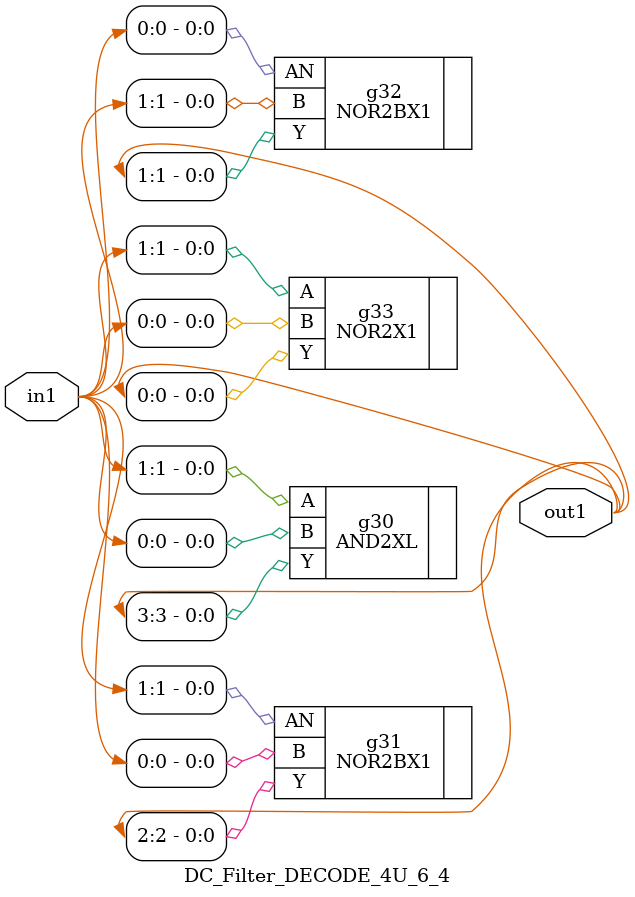
<source format=v>
`timescale 1ps / 1ps


module DC_Filter_DECODE_4U_6_4(in1, out1);
  input [1:0] in1;
  output [3:0] out1;
  wire [1:0] in1;
  wire [3:0] out1;
  AND2XL g30(.A (in1[1]), .B (in1[0]), .Y (out1[3]));
  NOR2BX1 g31(.AN (in1[1]), .B (in1[0]), .Y (out1[2]));
  NOR2BX1 g32(.AN (in1[0]), .B (in1[1]), .Y (out1[1]));
  NOR2X1 g33(.A (in1[1]), .B (in1[0]), .Y (out1[0]));
endmodule


</source>
